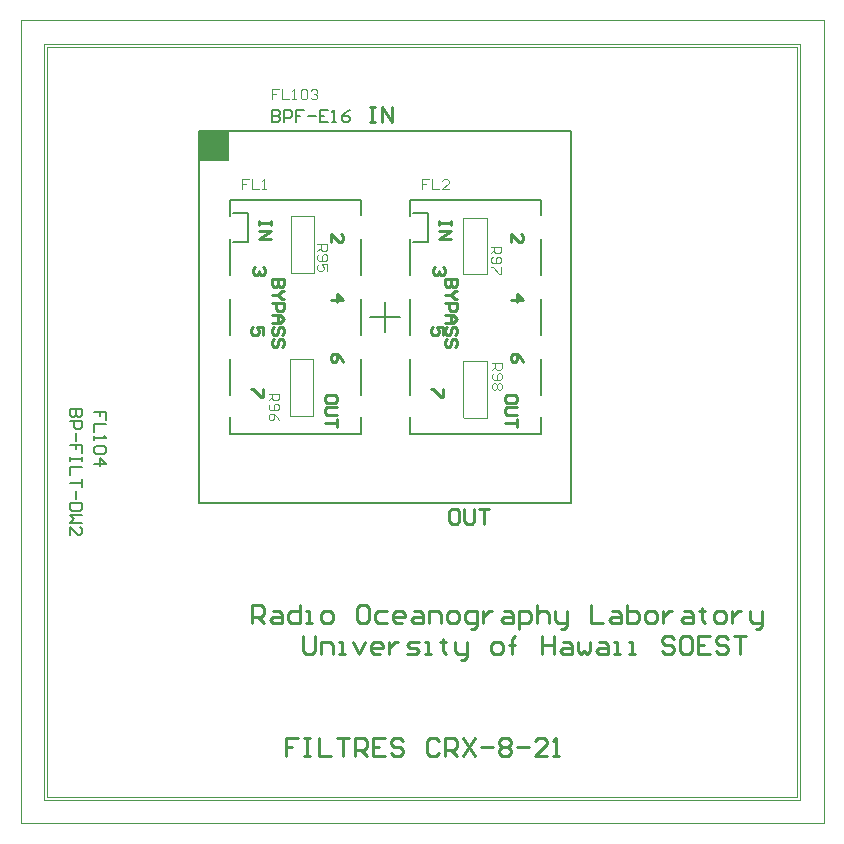
<source format=gto>
G04 Layer_Color=65535*
%FSLAX44Y44*%
%MOMM*%
G71*
G01*
G75*
%ADD19C,0.1200*%
%ADD20C,0.2032*%
%ADD21C,0.1000*%
%ADD22C,0.1524*%
%ADD23C,0.2540*%
%ADD24R,2.5400X2.5400*%
D19*
X-282961Y490382D02*
X-262961D01*
X-282961Y442882D02*
Y490382D01*
Y442882D02*
X-282461Y442382D01*
X-263461D01*
X-262961D01*
Y490382D01*
X-429651Y370279D02*
X-409650D01*
X-429651Y322779D02*
Y370279D01*
Y322779D02*
X-429151Y322279D01*
X-410150D01*
X-409650D01*
Y370279D01*
X-282961Y369027D02*
X-262961D01*
X-282961Y321527D02*
Y369027D01*
Y321527D02*
X-282461Y321027D01*
X-263461D01*
X-262961D01*
Y369027D01*
X-428869Y491790D02*
X-408869D01*
X-428869Y444290D02*
Y491790D01*
Y444290D02*
X-428369Y443790D01*
X-409369D01*
X-408869D01*
Y491790D01*
X-259423Y465647D02*
X-250926D01*
Y461398D01*
X-252342Y459982D01*
X-255175D01*
X-256591Y461398D01*
Y465647D01*
Y462814D02*
X-259423Y459982D01*
X-258007Y457150D02*
X-259423Y455733D01*
Y452901D01*
X-258007Y451485D01*
X-252342D01*
X-250926Y452901D01*
Y455733D01*
X-252342Y457150D01*
X-253759D01*
X-255175Y455733D01*
Y451485D01*
X-250926Y448652D02*
Y442988D01*
X-252342D01*
X-258007Y448652D01*
X-259423D01*
X-438835Y599047D02*
X-444500D01*
Y594799D01*
X-441668D01*
X-444500D01*
Y590550D01*
X-436003Y599047D02*
Y590550D01*
X-430338D01*
X-427505D02*
X-424673D01*
X-426089D01*
Y599047D01*
X-427505Y597631D01*
X-420424D02*
X-419008Y599047D01*
X-416176D01*
X-414760Y597631D01*
Y591966D01*
X-416176Y590550D01*
X-419008D01*
X-420424Y591966D01*
Y597631D01*
X-411927D02*
X-410511Y599047D01*
X-407678D01*
X-406262Y597631D01*
Y596215D01*
X-407678Y594799D01*
X-409095D01*
X-407678D01*
X-406262Y593382D01*
Y591966D01*
X-407678Y590550D01*
X-410511D01*
X-411927Y591966D01*
X-311835Y522847D02*
X-317500D01*
Y518599D01*
X-314668D01*
X-317500D01*
Y514350D01*
X-309003Y522847D02*
Y514350D01*
X-303338D01*
X-294841D02*
X-300506D01*
X-294841Y520015D01*
Y521431D01*
X-296257Y522847D01*
X-299089D01*
X-300506Y521431D01*
X-464235Y522847D02*
X-469900D01*
Y518599D01*
X-467068D01*
X-469900D01*
Y514350D01*
X-461403Y522847D02*
Y514350D01*
X-455738D01*
X-452906D02*
X-450073D01*
X-451489D01*
Y522847D01*
X-452906Y521431D01*
X-447590Y341199D02*
X-439093D01*
Y336950D01*
X-440509Y335534D01*
X-443342D01*
X-444758Y336950D01*
Y341199D01*
Y338366D02*
X-447590Y335534D01*
X-446174Y332701D02*
X-447590Y331285D01*
Y328453D01*
X-446174Y327037D01*
X-440509D01*
X-439093Y328453D01*
Y331285D01*
X-440509Y332701D01*
X-441926D01*
X-443342Y331285D01*
Y327037D01*
X-439093Y318539D02*
X-440509Y321372D01*
X-443342Y324204D01*
X-446174D01*
X-447590Y322788D01*
Y319955D01*
X-446174Y318539D01*
X-444758D01*
X-443342Y319955D01*
Y324204D01*
X-258417Y367078D02*
X-249920D01*
Y362829D01*
X-251336Y361413D01*
X-254169D01*
X-255585Y362829D01*
Y367078D01*
Y364245D02*
X-258417Y361413D01*
X-257001Y358581D02*
X-258417Y357164D01*
Y354332D01*
X-257001Y352916D01*
X-251336D01*
X-249920Y354332D01*
Y357164D01*
X-251336Y358581D01*
X-252753D01*
X-254169Y357164D01*
Y352916D01*
X-251336Y350083D02*
X-249920Y348667D01*
Y345835D01*
X-251336Y344418D01*
X-252753D01*
X-254169Y345835D01*
X-255585Y344418D01*
X-257001D01*
X-258417Y345835D01*
Y348667D01*
X-257001Y350083D01*
X-255585D01*
X-254169Y348667D01*
X-252753Y350083D01*
X-251336D01*
X-254169Y348667D02*
Y345835D01*
X-406358Y467633D02*
X-397860D01*
Y463385D01*
X-399277Y461969D01*
X-402109D01*
X-403525Y463385D01*
Y467633D01*
Y464801D02*
X-406358Y461969D01*
X-404942Y459136D02*
X-406358Y457720D01*
Y454888D01*
X-404942Y453471D01*
X-399277D01*
X-397860Y454888D01*
Y457720D01*
X-399277Y459136D01*
X-400693D01*
X-402109Y457720D01*
Y453471D01*
X-397860Y444974D02*
Y450639D01*
X-402109D01*
X-400693Y447807D01*
Y446390D01*
X-402109Y444974D01*
X-404942D01*
X-406358Y446390D01*
Y449223D01*
X-404942Y450639D01*
D20*
X-506730Y248920D02*
X-191770D01*
X-506730Y563880D02*
X-191770D01*
X-361950Y406400D02*
X-336550D01*
X-191770Y248920D02*
Y563880D01*
X-506730Y248920D02*
Y563880D01*
X-349250Y393700D02*
Y419100D01*
X-325120Y469900D02*
X-312420D01*
X-327660Y307340D02*
X-217170D01*
X-327660Y505460D02*
X-217170D01*
X-325120Y494030D02*
X-312420D01*
X-217170Y441960D02*
Y472440D01*
Y391160D02*
Y421640D01*
Y340360D02*
Y370840D01*
X-327660Y441960D02*
Y472440D01*
Y391160D02*
Y421640D01*
Y340360D02*
Y370840D01*
X-217170Y307340D02*
Y321310D01*
X-327660Y307340D02*
Y321310D01*
X-217170Y492760D02*
Y505460D01*
X-327660Y491490D02*
Y505460D01*
X-312420Y469900D02*
Y494030D01*
X-464820Y469900D02*
Y494030D01*
X-480060Y491490D02*
Y505460D01*
X-369570Y492760D02*
Y505460D01*
X-480060Y307340D02*
Y321310D01*
X-369570Y307340D02*
Y321310D01*
X-480060Y340360D02*
Y370840D01*
Y391160D02*
Y421640D01*
Y441960D02*
Y472440D01*
X-369570Y340360D02*
Y370840D01*
Y391160D02*
Y421640D01*
Y441960D02*
Y472440D01*
X-477520Y494030D02*
X-464820D01*
X-480060Y505460D02*
X-369570D01*
X-480060Y307340D02*
X-369570D01*
X-477520Y469900D02*
X-464820D01*
D21*
X-635000Y0D02*
Y635000D01*
X0D01*
Y0D02*
Y635000D01*
X-635000Y0D02*
X0D01*
X-637500Y-2500D02*
Y637500D01*
Y-2500D02*
X2500D01*
Y637500D01*
X-637500D02*
X2500D01*
X-657500Y657500D02*
X22500D01*
Y-22500D02*
Y657500D01*
X-657500Y-22500D02*
X22500D01*
X-657500D02*
Y657500D01*
D22*
X-444500Y581657D02*
Y571500D01*
X-439422D01*
X-437729Y573193D01*
Y574886D01*
X-439422Y576578D01*
X-444500D01*
X-439422D01*
X-437729Y578271D01*
Y579964D01*
X-439422Y581657D01*
X-444500D01*
X-434343Y571500D02*
Y581657D01*
X-429265D01*
X-427572Y579964D01*
Y576578D01*
X-429265Y574886D01*
X-434343D01*
X-417415Y581657D02*
X-424187D01*
Y576578D01*
X-420801D01*
X-424187D01*
Y571500D01*
X-414030Y576578D02*
X-407259D01*
X-397102Y581657D02*
X-403873D01*
Y571500D01*
X-397102D01*
X-403873Y576578D02*
X-400488D01*
X-393716Y571500D02*
X-390331D01*
X-392024D01*
Y581657D01*
X-393716Y579964D01*
X-378481Y581657D02*
X-381867Y579964D01*
X-385252Y576578D01*
Y573193D01*
X-383560Y571500D01*
X-380174D01*
X-378481Y573193D01*
Y574886D01*
X-380174Y576578D01*
X-385252D01*
X-605415Y328517D02*
X-615572D01*
Y323439D01*
X-613879Y321746D01*
X-612186D01*
X-610493Y323439D01*
Y328517D01*
Y323439D01*
X-608801Y321746D01*
X-607108D01*
X-605415Y323439D01*
Y328517D01*
X-615572Y318360D02*
X-605415D01*
Y313282D01*
X-607108Y311589D01*
X-610493D01*
X-612186Y313282D01*
Y318360D01*
X-610493Y308204D02*
Y301432D01*
X-605415Y291276D02*
Y298047D01*
X-610493D01*
Y294661D01*
Y298047D01*
X-615572D01*
X-605415Y287890D02*
Y284505D01*
Y286197D01*
X-615572D01*
Y287890D01*
Y284505D01*
X-605415Y279426D02*
X-615572D01*
Y272655D01*
X-605415Y269270D02*
Y262498D01*
Y265884D01*
X-615572D01*
X-610493Y259113D02*
Y252342D01*
X-605415Y248956D02*
X-615572D01*
Y243878D01*
X-613879Y242185D01*
X-607108D01*
X-605415Y243878D01*
Y248956D01*
Y238799D02*
X-615572D01*
X-612186Y235414D01*
X-615572Y232028D01*
X-605415D01*
X-615572Y221871D02*
Y228643D01*
X-608801Y221871D01*
X-607108D01*
X-605415Y223564D01*
Y226950D01*
X-607108Y228643D01*
X-585694Y318712D02*
Y325483D01*
X-590772D01*
Y322097D01*
Y325483D01*
X-595850D01*
X-585694Y315326D02*
X-595850D01*
Y308555D01*
Y305170D02*
Y301784D01*
Y303477D01*
X-585694D01*
X-587387Y305170D01*
Y296706D02*
X-585694Y295013D01*
Y291627D01*
X-587387Y289935D01*
X-594158D01*
X-595850Y291627D01*
Y295013D01*
X-594158Y296706D01*
X-587387D01*
X-595850Y281471D02*
X-585694D01*
X-590772Y286549D01*
Y279778D01*
D23*
X-361950Y584196D02*
X-357718D01*
X-359834D01*
Y571500D01*
X-361950D01*
X-357718D01*
X-351370D02*
Y584196D01*
X-342906Y571500D01*
Y584196D01*
X-288292Y243836D02*
X-292524D01*
X-294640Y241720D01*
Y233256D01*
X-292524Y231140D01*
X-288292D01*
X-286176Y233256D01*
Y241720D01*
X-288292Y243836D01*
X-281944D02*
Y233256D01*
X-279828Y231140D01*
X-275596D01*
X-273480Y233256D01*
Y243836D01*
X-269248D02*
X-260784D01*
X-265016D01*
Y231140D01*
X-237493Y335282D02*
Y338667D01*
X-239186Y340360D01*
X-245957D01*
X-247650Y338667D01*
Y335282D01*
X-245957Y333589D01*
X-239186D01*
X-237493Y335282D01*
Y330203D02*
X-245957D01*
X-247650Y328511D01*
Y325125D01*
X-245957Y323432D01*
X-237493D01*
Y320047D02*
Y313275D01*
Y316661D01*
X-247650D01*
X-293373Y487680D02*
Y484294D01*
Y485987D01*
X-303530D01*
Y487680D01*
Y484294D01*
Y479216D02*
X-293373D01*
X-303530Y472445D01*
X-293373D01*
X-299723Y345440D02*
Y338669D01*
X-301416D01*
X-308187Y345440D01*
X-309880D01*
X-299723Y390739D02*
Y397510D01*
X-304802D01*
X-303109Y394124D01*
Y392432D01*
X-304802Y390739D01*
X-308187D01*
X-309880Y392432D01*
Y395817D01*
X-308187Y397510D01*
X-300146Y448310D02*
X-298453Y446617D01*
Y443232D01*
X-300146Y441539D01*
X-301839D01*
X-303532Y443232D01*
Y444924D01*
Y443232D01*
X-305224Y441539D01*
X-306917D01*
X-308610Y443232D01*
Y446617D01*
X-306917Y448310D01*
X-232413Y367879D02*
X-234106Y371264D01*
X-237492Y374650D01*
X-240877D01*
X-242570Y372957D01*
Y369572D01*
X-240877Y367879D01*
X-239184D01*
X-237492Y369572D01*
Y374650D01*
X-242570Y420372D02*
X-232413D01*
X-237492Y425450D01*
Y418679D01*
X-242570Y469479D02*
Y476250D01*
X-235799Y469479D01*
X-234106D01*
X-232413Y471172D01*
Y474557D01*
X-234106Y476250D01*
X-394970Y469479D02*
Y476250D01*
X-388199Y469479D01*
X-386506D01*
X-384813Y471172D01*
Y474557D01*
X-386506Y476250D01*
X-394970Y420372D02*
X-384813D01*
X-389892Y425450D01*
Y418679D01*
X-384813Y367879D02*
X-386506Y371264D01*
X-389892Y374650D01*
X-393277D01*
X-394970Y372957D01*
Y369572D01*
X-393277Y367879D01*
X-391584D01*
X-389892Y369572D01*
Y374650D01*
X-452546Y448310D02*
X-450853Y446617D01*
Y443232D01*
X-452546Y441539D01*
X-454239D01*
X-455932Y443232D01*
Y444924D01*
Y443232D01*
X-457624Y441539D01*
X-459317D01*
X-461010Y443232D01*
Y446617D01*
X-459317Y448310D01*
X-452123Y390739D02*
Y397510D01*
X-457202D01*
X-455509Y394124D01*
Y392432D01*
X-457202Y390739D01*
X-460587D01*
X-462280Y392432D01*
Y395817D01*
X-460587Y397510D01*
X-452123Y345440D02*
Y338669D01*
X-453816D01*
X-460587Y345440D01*
X-462280D01*
X-445773Y487680D02*
Y484294D01*
Y485987D01*
X-455930D01*
Y487680D01*
Y484294D01*
Y479216D02*
X-445773D01*
X-455930Y472445D01*
X-445773D01*
X-389893Y335282D02*
Y338667D01*
X-391586Y340360D01*
X-398357D01*
X-400050Y338667D01*
Y335282D01*
X-398357Y333589D01*
X-391586D01*
X-389893Y335282D01*
Y330203D02*
X-398357D01*
X-400050Y328511D01*
Y325125D01*
X-398357Y323432D01*
X-389893D01*
Y320047D02*
Y313275D01*
Y316661D01*
X-400050D01*
X-423043Y50035D02*
X-433200D01*
Y42418D01*
X-428122D01*
X-433200D01*
Y34800D01*
X-417965Y50035D02*
X-412887D01*
X-415426D01*
Y34800D01*
X-417965D01*
X-412887D01*
X-405269Y50035D02*
Y34800D01*
X-395112D01*
X-390034Y50035D02*
X-379877D01*
X-384956D01*
Y34800D01*
X-374799D02*
Y50035D01*
X-367181D01*
X-364642Y47496D01*
Y42418D01*
X-367181Y39878D01*
X-374799D01*
X-369720D02*
X-364642Y34800D01*
X-349407Y50035D02*
X-359564D01*
Y34800D01*
X-349407D01*
X-359564Y42418D02*
X-354485D01*
X-334172Y47496D02*
X-336711Y50035D01*
X-341790D01*
X-344329Y47496D01*
Y44957D01*
X-341790Y42418D01*
X-336711D01*
X-334172Y39878D01*
Y37339D01*
X-336711Y34800D01*
X-341790D01*
X-344329Y37339D01*
X-303702Y47496D02*
X-306241Y50035D01*
X-311319D01*
X-313859Y47496D01*
Y37339D01*
X-311319Y34800D01*
X-306241D01*
X-303702Y37339D01*
X-298624Y34800D02*
Y50035D01*
X-291006D01*
X-288467Y47496D01*
Y42418D01*
X-291006Y39878D01*
X-298624D01*
X-293545D02*
X-288467Y34800D01*
X-283388Y50035D02*
X-273232Y34800D01*
Y50035D02*
X-283388Y34800D01*
X-268153Y42418D02*
X-257997D01*
X-252918Y47496D02*
X-250379Y50035D01*
X-245301D01*
X-242762Y47496D01*
Y44957D01*
X-245301Y42418D01*
X-242762Y39878D01*
Y37339D01*
X-245301Y34800D01*
X-250379D01*
X-252918Y37339D01*
Y39878D01*
X-250379Y42418D01*
X-252918Y44957D01*
Y47496D01*
X-250379Y42418D02*
X-245301D01*
X-237683D02*
X-227526D01*
X-212291Y34800D02*
X-222448D01*
X-212291Y44957D01*
Y47496D01*
X-214831Y50035D01*
X-219909D01*
X-222448Y47496D01*
X-207213Y34800D02*
X-202135D01*
X-204674D01*
Y50035D01*
X-207213Y47496D01*
X-288293Y438150D02*
X-298450D01*
Y433072D01*
X-296757Y431379D01*
X-295064D01*
X-293372Y433072D01*
Y438150D01*
Y433072D01*
X-291679Y431379D01*
X-289986D01*
X-288293Y433072D01*
Y438150D01*
Y427993D02*
X-289986D01*
X-293372Y424608D01*
X-289986Y421222D01*
X-288293D01*
X-293372Y424608D02*
X-298450D01*
Y417837D02*
X-288293D01*
Y412758D01*
X-289986Y411065D01*
X-293372D01*
X-295064Y412758D01*
Y417837D01*
X-298450Y407680D02*
X-291679D01*
X-288293Y404294D01*
X-291679Y400909D01*
X-298450D01*
X-293372D01*
Y407680D01*
X-289986Y390752D02*
X-288293Y392445D01*
Y395830D01*
X-289986Y397523D01*
X-291679D01*
X-293372Y395830D01*
Y392445D01*
X-295064Y390752D01*
X-296757D01*
X-298450Y392445D01*
Y395830D01*
X-296757Y397523D01*
X-289986Y380595D02*
X-288293Y382288D01*
Y385674D01*
X-289986Y387366D01*
X-291679D01*
X-293372Y385674D01*
Y382288D01*
X-295064Y380595D01*
X-296757D01*
X-298450Y382288D01*
Y385674D01*
X-296757Y387366D01*
X-434343Y438150D02*
X-444500D01*
Y433072D01*
X-442807Y431379D01*
X-441114D01*
X-439422Y433072D01*
Y438150D01*
Y433072D01*
X-437729Y431379D01*
X-436036D01*
X-434343Y433072D01*
Y438150D01*
Y427993D02*
X-436036D01*
X-439422Y424608D01*
X-436036Y421222D01*
X-434343D01*
X-439422Y424608D02*
X-444500D01*
Y417837D02*
X-434343D01*
Y412758D01*
X-436036Y411065D01*
X-439422D01*
X-441114Y412758D01*
Y417837D01*
X-444500Y407680D02*
X-437729D01*
X-434343Y404294D01*
X-437729Y400909D01*
X-444500D01*
X-439422D01*
Y407680D01*
X-436036Y390752D02*
X-434343Y392445D01*
Y395830D01*
X-436036Y397523D01*
X-437729D01*
X-439422Y395830D01*
Y392445D01*
X-441114Y390752D01*
X-442807D01*
X-444500Y392445D01*
Y395830D01*
X-442807Y397523D01*
X-436036Y380595D02*
X-434343Y382288D01*
Y385674D01*
X-436036Y387366D01*
X-437729D01*
X-439422Y385674D01*
Y382288D01*
X-441114Y380595D01*
X-442807D01*
X-444500Y382288D01*
Y385674D01*
X-442807Y387366D01*
X-461781Y147425D02*
Y162660D01*
X-454163D01*
X-451624Y160121D01*
Y155043D01*
X-454163Y152503D01*
X-461781D01*
X-456702D02*
X-451624Y147425D01*
X-444006Y157582D02*
X-438928D01*
X-436389Y155043D01*
Y147425D01*
X-444006D01*
X-446546Y149964D01*
X-444006Y152503D01*
X-436389D01*
X-421154Y162660D02*
Y147425D01*
X-428771D01*
X-431311Y149964D01*
Y155043D01*
X-428771Y157582D01*
X-421154D01*
X-416075Y147425D02*
X-410997D01*
X-413536D01*
Y157582D01*
X-416075D01*
X-400840Y147425D02*
X-395762D01*
X-393223Y149964D01*
Y155043D01*
X-395762Y157582D01*
X-400840D01*
X-403380Y155043D01*
Y149964D01*
X-400840Y147425D01*
X-365292Y162660D02*
X-370370D01*
X-372909Y160121D01*
Y149964D01*
X-370370Y147425D01*
X-365292D01*
X-362753Y149964D01*
Y160121D01*
X-365292Y162660D01*
X-347518Y157582D02*
X-355135D01*
X-357674Y155043D01*
Y149964D01*
X-355135Y147425D01*
X-347518D01*
X-334822D02*
X-339900D01*
X-342439Y149964D01*
Y155043D01*
X-339900Y157582D01*
X-334822D01*
X-332282Y155043D01*
Y152503D01*
X-342439D01*
X-324665Y157582D02*
X-319587D01*
X-317047Y155043D01*
Y147425D01*
X-324665D01*
X-327204Y149964D01*
X-324665Y152503D01*
X-317047D01*
X-311969Y147425D02*
Y157582D01*
X-304352D01*
X-301812Y155043D01*
Y147425D01*
X-294195D02*
X-289116D01*
X-286577Y149964D01*
Y155043D01*
X-289116Y157582D01*
X-294195D01*
X-296734Y155043D01*
Y149964D01*
X-294195Y147425D01*
X-276421Y142347D02*
X-273881D01*
X-271342Y144886D01*
Y157582D01*
X-278960D01*
X-281499Y155043D01*
Y149964D01*
X-278960Y147425D01*
X-271342D01*
X-266264Y157582D02*
Y147425D01*
Y152503D01*
X-263725Y155043D01*
X-261185Y157582D01*
X-258646D01*
X-248490D02*
X-243411D01*
X-240872Y155043D01*
Y147425D01*
X-248490D01*
X-251029Y149964D01*
X-248490Y152503D01*
X-240872D01*
X-235794Y142347D02*
Y157582D01*
X-228176D01*
X-225637Y155043D01*
Y149964D01*
X-228176Y147425D01*
X-235794D01*
X-220559Y162660D02*
Y147425D01*
Y155043D01*
X-218020Y157582D01*
X-212941D01*
X-210402Y155043D01*
Y147425D01*
X-205324Y157582D02*
Y149964D01*
X-202784Y147425D01*
X-195167D01*
Y144886D01*
X-197706Y142347D01*
X-200245D01*
X-195167Y147425D02*
Y157582D01*
X-174853Y162660D02*
Y147425D01*
X-164697D01*
X-157079Y157582D02*
X-152001D01*
X-149462Y155043D01*
Y147425D01*
X-157079D01*
X-159618Y149964D01*
X-157079Y152503D01*
X-149462D01*
X-144383Y162660D02*
Y147425D01*
X-136766D01*
X-134227Y149964D01*
Y152503D01*
Y155043D01*
X-136766Y157582D01*
X-144383D01*
X-126609Y147425D02*
X-121531D01*
X-118991Y149964D01*
Y155043D01*
X-121531Y157582D01*
X-126609D01*
X-129148Y155043D01*
Y149964D01*
X-126609Y147425D01*
X-113913Y157582D02*
Y147425D01*
Y152503D01*
X-111374Y155043D01*
X-108835Y157582D01*
X-106296D01*
X-96139D02*
X-91060D01*
X-88521Y155043D01*
Y147425D01*
X-96139D01*
X-98678Y149964D01*
X-96139Y152503D01*
X-88521D01*
X-80904Y160121D02*
Y157582D01*
X-83443D01*
X-78365D01*
X-80904D01*
Y149964D01*
X-78365Y147425D01*
X-68208D02*
X-63130D01*
X-60590Y149964D01*
Y155043D01*
X-63130Y157582D01*
X-68208D01*
X-70747Y155043D01*
Y149964D01*
X-68208Y147425D01*
X-55512Y157582D02*
Y147425D01*
Y152503D01*
X-52973Y155043D01*
X-50434Y157582D01*
X-47895D01*
X-40277D02*
Y149964D01*
X-37738Y147425D01*
X-30120D01*
Y144886D01*
X-32659Y142347D01*
X-35199D01*
X-30120Y147425D02*
Y157582D01*
X-418902Y135861D02*
Y123165D01*
X-416363Y120626D01*
X-411285D01*
X-408746Y123165D01*
Y135861D01*
X-403667Y120626D02*
Y130783D01*
X-396050D01*
X-393511Y128244D01*
Y120626D01*
X-388432D02*
X-383354D01*
X-385893D01*
Y130783D01*
X-388432D01*
X-375736D02*
X-370658Y120626D01*
X-365580Y130783D01*
X-352884Y120626D02*
X-357962D01*
X-360501Y123165D01*
Y128244D01*
X-357962Y130783D01*
X-352884D01*
X-350345Y128244D01*
Y125704D01*
X-360501D01*
X-345266Y130783D02*
Y120626D01*
Y125704D01*
X-342727Y128244D01*
X-340188Y130783D01*
X-337649D01*
X-330031Y120626D02*
X-322413D01*
X-319874Y123165D01*
X-322413Y125704D01*
X-327492D01*
X-330031Y128244D01*
X-327492Y130783D01*
X-319874D01*
X-314796Y120626D02*
X-309718D01*
X-312257D01*
Y130783D01*
X-314796D01*
X-299561Y133322D02*
Y130783D01*
X-302100D01*
X-297022D01*
X-299561D01*
Y123165D01*
X-297022Y120626D01*
X-289404Y130783D02*
Y123165D01*
X-286865Y120626D01*
X-279247D01*
Y118087D01*
X-281787Y115548D01*
X-284326D01*
X-279247Y120626D02*
Y130783D01*
X-256395Y120626D02*
X-251317D01*
X-248777Y123165D01*
Y128244D01*
X-251317Y130783D01*
X-256395D01*
X-258934Y128244D01*
Y123165D01*
X-256395Y120626D01*
X-241160D02*
Y133322D01*
Y128244D01*
X-243699D01*
X-238621D01*
X-241160D01*
Y133322D01*
X-238621Y135861D01*
X-215768D02*
Y120626D01*
Y128244D01*
X-205611D01*
Y135861D01*
Y120626D01*
X-197994Y130783D02*
X-192915D01*
X-190376Y128244D01*
Y120626D01*
X-197994D01*
X-200533Y123165D01*
X-197994Y125704D01*
X-190376D01*
X-185298Y130783D02*
Y123165D01*
X-182759Y120626D01*
X-180220Y123165D01*
X-177680Y120626D01*
X-175141Y123165D01*
Y130783D01*
X-167524D02*
X-162445D01*
X-159906Y128244D01*
Y120626D01*
X-167524D01*
X-170063Y123165D01*
X-167524Y125704D01*
X-159906D01*
X-154828Y120626D02*
X-149749D01*
X-152289D01*
Y130783D01*
X-154828D01*
X-142132Y120626D02*
X-137053D01*
X-139593D01*
Y130783D01*
X-142132D01*
X-104044Y133322D02*
X-106583Y135861D01*
X-111662D01*
X-114201Y133322D01*
Y130783D01*
X-111662Y128244D01*
X-106583D01*
X-104044Y125704D01*
Y123165D01*
X-106583Y120626D01*
X-111662D01*
X-114201Y123165D01*
X-91348Y135861D02*
X-96427D01*
X-98966Y133322D01*
Y123165D01*
X-96427Y120626D01*
X-91348D01*
X-88809Y123165D01*
Y133322D01*
X-91348Y135861D01*
X-73574D02*
X-83731D01*
Y120626D01*
X-73574D01*
X-83731Y128244D02*
X-78652D01*
X-58339Y133322D02*
X-60878Y135861D01*
X-65957D01*
X-68496Y133322D01*
Y130783D01*
X-65957Y128244D01*
X-60878D01*
X-58339Y125704D01*
Y123165D01*
X-60878Y120626D01*
X-65957D01*
X-68496Y123165D01*
X-53261Y135861D02*
X-43104D01*
X-48182D01*
Y120626D01*
D24*
X-494029Y551180D02*
D03*
M02*

</source>
